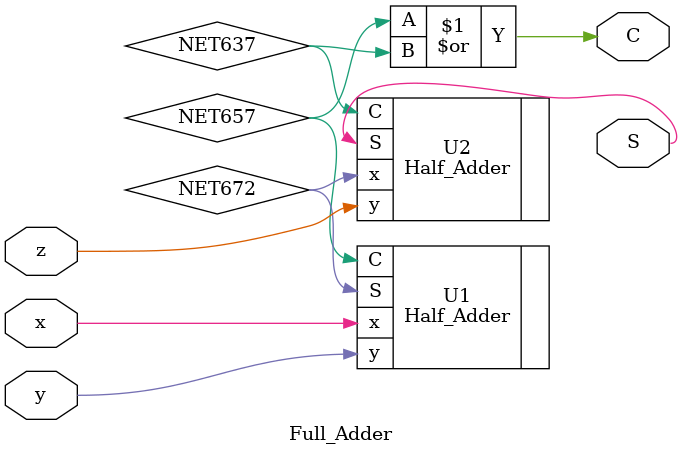
<source format=v>

`ifdef _VCP
`else
`define library(a,b)
`endif


`timescale 1ps / 1ps

module Full_Adder (x,y,z,S,C) ;

// ------------ Port declarations --------- //
input x;
wire x;
input y;
wire y;
input z;
wire z;
output S;
wire S;
output C;
wire C;

// ----------- Signal declarations -------- //
wire NET637;
wire NET657;
wire NET672;

// -------- Component instantiations -------//

Half_Adder U1
(
	.x(x),
	.y(y),
	.S(NET672),
	.C(NET657)
);



Half_Adder U2
(
	.x(NET672),
	.y(z),
	.S(S),
	.C(NET637)
);



assign C = NET657 | NET637;


endmodule 

</source>
